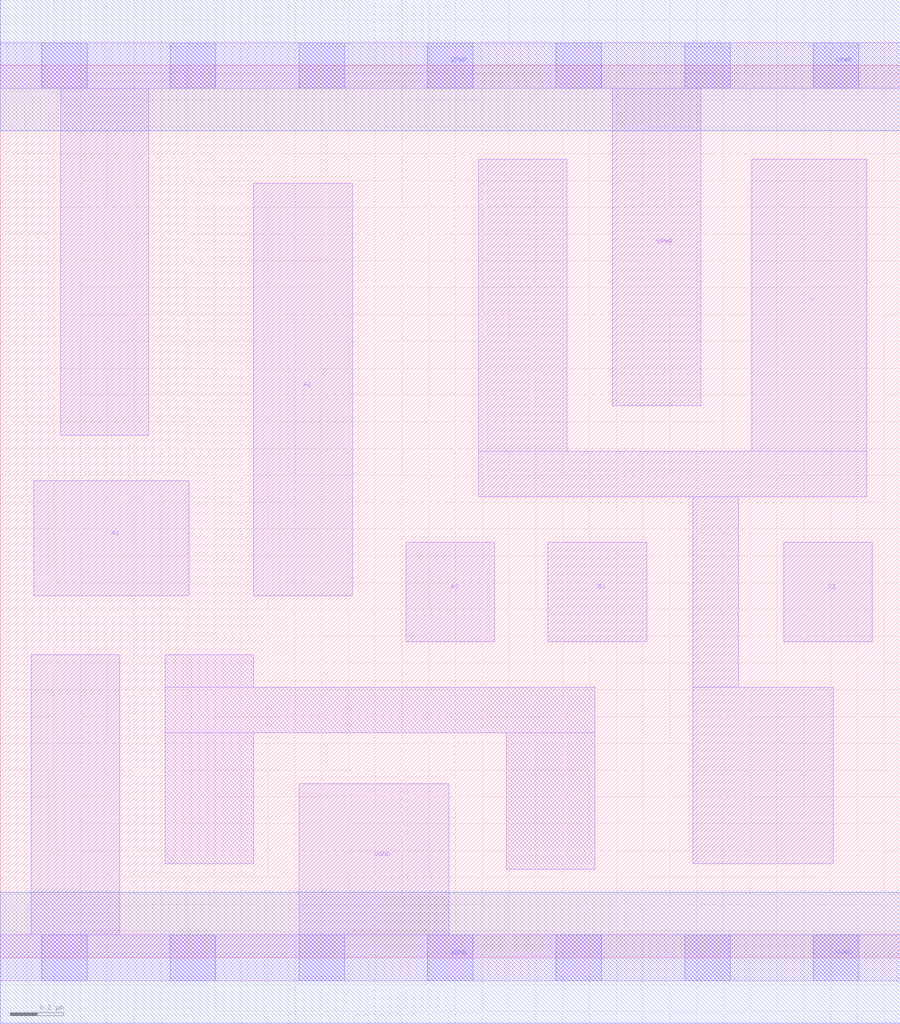
<source format=lef>
# Copyright 2020 The SkyWater PDK Authors
#
# Licensed under the Apache License, Version 2.0 (the "License");
# you may not use this file except in compliance with the License.
# You may obtain a copy of the License at
#
#     https://www.apache.org/licenses/LICENSE-2.0
#
# Unless required by applicable law or agreed to in writing, software
# distributed under the License is distributed on an "AS IS" BASIS,
# WITHOUT WARRANTIES OR CONDITIONS OF ANY KIND, either express or implied.
# See the License for the specific language governing permissions and
# limitations under the License.
#
# SPDX-License-Identifier: Apache-2.0

VERSION 5.7 ;
  NAMESCASESENSITIVE ON ;
  NOWIREEXTENSIONATPIN ON ;
  DIVIDERCHAR "/" ;
  BUSBITCHARS "[]" ;
UNITS
  DATABASE MICRONS 200 ;
END UNITS
MACRO sky130_fd_sc_ls__o311ai_1
  CLASS CORE ;
  SOURCE USER ;
  FOREIGN sky130_fd_sc_ls__o311ai_1 ;
  ORIGIN  0.000000  0.000000 ;
  SIZE  3.360000 BY  3.330000 ;
  SYMMETRY X Y ;
  SITE unit ;
  PIN A1
    ANTENNAGATEAREA  0.279000 ;
    DIRECTION INPUT ;
    USE SIGNAL ;
    PORT
      LAYER li1 ;
        RECT 0.125000 1.350000 0.705000 1.780000 ;
    END
  END A1
  PIN A2
    ANTENNAGATEAREA  0.279000 ;
    DIRECTION INPUT ;
    USE SIGNAL ;
    PORT
      LAYER li1 ;
        RECT 0.945000 1.350000 1.315000 2.890000 ;
    END
  END A2
  PIN A3
    ANTENNAGATEAREA  0.279000 ;
    DIRECTION INPUT ;
    USE SIGNAL ;
    PORT
      LAYER li1 ;
        RECT 1.515000 1.180000 1.845000 1.550000 ;
    END
  END A3
  PIN B1
    ANTENNAGATEAREA  0.279000 ;
    DIRECTION INPUT ;
    USE SIGNAL ;
    PORT
      LAYER li1 ;
        RECT 2.045000 1.180000 2.415000 1.550000 ;
    END
  END B1
  PIN C1
    ANTENNAGATEAREA  0.279000 ;
    DIRECTION INPUT ;
    USE SIGNAL ;
    PORT
      LAYER li1 ;
        RECT 2.925000 1.180000 3.255000 1.550000 ;
    END
  END C1
  PIN Y
    ANTENNADIFFAREA  1.011700 ;
    DIRECTION OUTPUT ;
    USE SIGNAL ;
    PORT
      LAYER li1 ;
        RECT 1.785000 1.720000 3.235000 1.890000 ;
        RECT 1.785000 1.890000 2.115000 2.980000 ;
        RECT 2.585000 0.350000 3.110000 1.010000 ;
        RECT 2.585000 1.010000 2.755000 1.720000 ;
        RECT 2.805000 1.890000 3.235000 2.980000 ;
    END
  END Y
  PIN VGND
    DIRECTION INOUT ;
    SHAPE ABUTMENT ;
    USE GROUND ;
    PORT
      LAYER li1 ;
        RECT 0.000000 -0.085000 3.360000 0.085000 ;
        RECT 0.115000  0.085000 0.445000 1.130000 ;
        RECT 1.115000  0.085000 1.675000 0.650000 ;
      LAYER mcon ;
        RECT 0.155000 -0.085000 0.325000 0.085000 ;
        RECT 0.635000 -0.085000 0.805000 0.085000 ;
        RECT 1.115000 -0.085000 1.285000 0.085000 ;
        RECT 1.595000 -0.085000 1.765000 0.085000 ;
        RECT 2.075000 -0.085000 2.245000 0.085000 ;
        RECT 2.555000 -0.085000 2.725000 0.085000 ;
        RECT 3.035000 -0.085000 3.205000 0.085000 ;
      LAYER met1 ;
        RECT 0.000000 -0.245000 3.360000 0.245000 ;
    END
  END VGND
  PIN VPWR
    DIRECTION INOUT ;
    SHAPE ABUTMENT ;
    USE POWER ;
    PORT
      LAYER li1 ;
        RECT 0.000000 3.245000 3.360000 3.415000 ;
        RECT 0.225000 1.950000 0.555000 3.245000 ;
        RECT 2.285000 2.060000 2.615000 3.245000 ;
      LAYER mcon ;
        RECT 0.155000 3.245000 0.325000 3.415000 ;
        RECT 0.635000 3.245000 0.805000 3.415000 ;
        RECT 1.115000 3.245000 1.285000 3.415000 ;
        RECT 1.595000 3.245000 1.765000 3.415000 ;
        RECT 2.075000 3.245000 2.245000 3.415000 ;
        RECT 2.555000 3.245000 2.725000 3.415000 ;
        RECT 3.035000 3.245000 3.205000 3.415000 ;
      LAYER met1 ;
        RECT 0.000000 3.085000 3.360000 3.575000 ;
    END
  END VPWR
  OBS
    LAYER li1 ;
      RECT 0.615000 0.350000 0.945000 0.840000 ;
      RECT 0.615000 0.840000 2.220000 1.010000 ;
      RECT 0.615000 1.010000 0.945000 1.130000 ;
      RECT 1.890000 0.330000 2.220000 0.840000 ;
  END
END sky130_fd_sc_ls__o311ai_1

</source>
